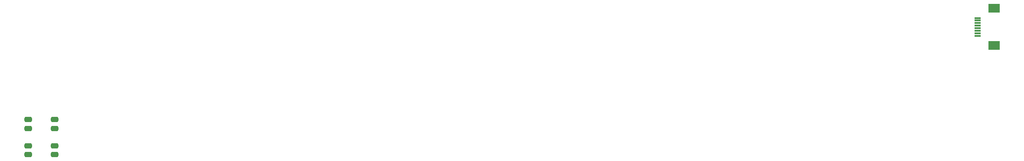
<source format=gbr>
%TF.GenerationSoftware,KiCad,Pcbnew,9.0.4*%
%TF.CreationDate,2025-10-15T10:28:24+01:00*%
%TF.ProjectId,SHEGO75-V2.2,53484547-4f37-4352-9d56-322e322e6b69,rev?*%
%TF.SameCoordinates,Original*%
%TF.FileFunction,Paste,Top*%
%TF.FilePolarity,Positive*%
%FSLAX46Y46*%
G04 Gerber Fmt 4.6, Leading zero omitted, Abs format (unit mm)*
G04 Created by KiCad (PCBNEW 9.0.4) date 2025-10-15 10:28:24*
%MOMM*%
%LPD*%
G01*
G04 APERTURE LIST*
G04 Aperture macros list*
%AMRoundRect*
0 Rectangle with rounded corners*
0 $1 Rounding radius*
0 $2 $3 $4 $5 $6 $7 $8 $9 X,Y pos of 4 corners*
0 Add a 4 corners polygon primitive as box body*
4,1,4,$2,$3,$4,$5,$6,$7,$8,$9,$2,$3,0*
0 Add four circle primitives for the rounded corners*
1,1,$1+$1,$2,$3*
1,1,$1+$1,$4,$5*
1,1,$1+$1,$6,$7*
1,1,$1+$1,$8,$9*
0 Add four rect primitives between the rounded corners*
20,1,$1+$1,$2,$3,$4,$5,0*
20,1,$1+$1,$4,$5,$6,$7,0*
20,1,$1+$1,$6,$7,$8,$9,0*
20,1,$1+$1,$8,$9,$2,$3,0*%
G04 Aperture macros list end*
%ADD10RoundRect,0.250000X-0.475000X-0.250000X0.475000X-0.250000X0.475000X0.250000X-0.475000X0.250000X0*%
%ADD11R,1.300000X0.300000*%
%ADD12R,2.200000X1.800000*%
G04 APERTURE END LIST*
D10*
%TO.C,RES1*%
X147825000Y-144100000D03*
X142675000Y-144100000D03*
X147825000Y-142400000D03*
X142675000Y-142400000D03*
%TD*%
%TO.C,BOOT1*%
X142681250Y-137262500D03*
X147831250Y-137262500D03*
X142681250Y-138962500D03*
X147831250Y-138962500D03*
%TD*%
D11*
%TO.C,TFT1*%
X328096000Y-117376001D03*
X328096000Y-119376000D03*
X328096000Y-120376000D03*
X328096000Y-120875999D03*
D12*
X331346000Y-122776000D03*
X331346000Y-115476000D03*
D11*
X328096000Y-119876001D03*
X328096000Y-118375999D03*
X328096000Y-118876000D03*
X328096000Y-117876000D03*
%TD*%
M02*

</source>
